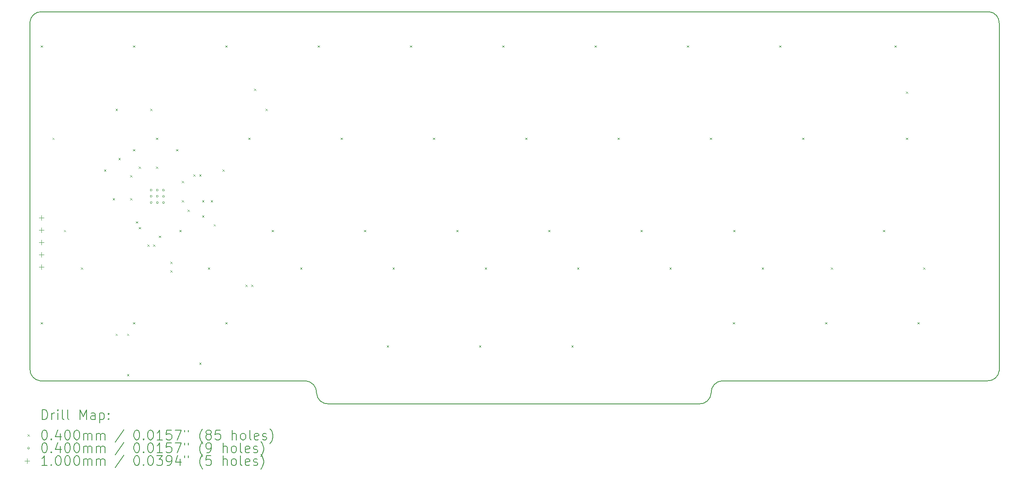
<source format=gbr>
%TF.GenerationSoftware,KiCad,Pcbnew,7.0.6*%
%TF.CreationDate,2023-12-03T11:50:20-05:00*%
%TF.ProjectId,cutiepie2040-dual-stagger-hotswap-pcb,63757469-6570-4696-9532-3034302d6475,rev?*%
%TF.SameCoordinates,PX2d6b3a0PY6f46b48*%
%TF.FileFunction,Drillmap*%
%TF.FilePolarity,Positive*%
%FSLAX45Y45*%
G04 Gerber Fmt 4.5, Leading zero omitted, Abs format (unit mm)*
G04 Created by KiCad (PCBNEW 7.0.6) date 2023-12-03 11:50:20*
%MOMM*%
%LPD*%
G01*
G04 APERTURE LIST*
%ADD10C,0.200000*%
%ADD11C,0.040000*%
%ADD12C,0.100000*%
G04 APERTURE END LIST*
D10*
X239988Y8096281D02*
G75*
G03*
X-12Y7886485I-10890J-229716D01*
G01*
X239988Y8096279D02*
X19794988Y8096279D01*
X5914393Y219057D02*
G75*
G03*
X5683967Y476279I-243825J13398D01*
G01*
X-7Y718779D02*
G75*
G03*
X209988Y476279I231175J-11985D01*
G01*
X6161467Y29D02*
X13809988Y29D01*
X19761467Y476277D02*
G75*
G03*
X20002488Y687593I10532J231097D01*
G01*
X5914394Y219057D02*
G75*
G03*
X6161467Y29I233054J14028D01*
G01*
X14287488Y476282D02*
G75*
G03*
X14057061Y221978I11930J-242358D01*
G01*
X14287488Y476279D02*
X19761467Y476279D01*
X-12Y718779D02*
X-12Y7886485D01*
X209988Y476279D02*
X5683967Y476279D01*
X20002489Y7857758D02*
G75*
G03*
X19794988Y8096279I-227901J11256D01*
G01*
X20002488Y7857758D02*
X20002488Y687593D01*
X13809988Y22D02*
G75*
G03*
X14057061Y221978I12560J234512D01*
G01*
D11*
X218117Y7401901D02*
X258117Y7361901D01*
X258117Y7401901D02*
X218117Y7361901D01*
X218117Y1686896D02*
X258117Y1646896D01*
X258117Y1686896D02*
X218117Y1646896D01*
X462113Y5496899D02*
X502113Y5456899D01*
X502113Y5496899D02*
X462113Y5456899D01*
X700238Y3591898D02*
X740238Y3551898D01*
X740238Y3591898D02*
X700238Y3551898D01*
X1051555Y2817991D02*
X1091555Y2777991D01*
X1091555Y2817991D02*
X1051555Y2777991D01*
X1527806Y4842055D02*
X1567806Y4802055D01*
X1567806Y4842055D02*
X1527806Y4802055D01*
X1706400Y4246742D02*
X1746400Y4206742D01*
X1746400Y4246742D02*
X1706400Y4206742D01*
X1765931Y6092212D02*
X1805931Y6052212D01*
X1805931Y6092212D02*
X1765931Y6052212D01*
X1765931Y1448771D02*
X1805931Y1408771D01*
X1805931Y1448771D02*
X1765931Y1408771D01*
X1825462Y5080180D02*
X1865462Y5040180D01*
X1865462Y5080180D02*
X1825462Y5040180D01*
X2004056Y1448771D02*
X2044056Y1408771D01*
X2044056Y1448771D02*
X2004056Y1408771D01*
X2004056Y615333D02*
X2044056Y575333D01*
X2044056Y615333D02*
X2004056Y575333D01*
X2063587Y4722992D02*
X2103588Y4682992D01*
X2103588Y4722992D02*
X2063587Y4682992D01*
X2063587Y4246742D02*
X2103588Y4206742D01*
X2103588Y4246742D02*
X2063587Y4206742D01*
X2123119Y7401901D02*
X2163119Y7361901D01*
X2163119Y7401901D02*
X2123119Y7361901D01*
X2123119Y5258774D02*
X2163119Y5218774D01*
X2163119Y5258774D02*
X2123119Y5218774D01*
X2123119Y1686896D02*
X2163119Y1646896D01*
X2163119Y1686896D02*
X2123119Y1646896D01*
X2182650Y3770491D02*
X2222650Y3730491D01*
X2222650Y3770491D02*
X2182650Y3730491D01*
X2242181Y4901586D02*
X2282181Y4861586D01*
X2282181Y4901586D02*
X2242181Y4861586D01*
X2242181Y3651429D02*
X2282181Y3611429D01*
X2282181Y3651429D02*
X2242181Y3611429D01*
X2420775Y3294241D02*
X2460775Y3254241D01*
X2460775Y3294241D02*
X2420775Y3254241D01*
X2480307Y6092212D02*
X2520307Y6052212D01*
X2520307Y6092212D02*
X2480307Y6052212D01*
X2539838Y3294241D02*
X2579838Y3254241D01*
X2579838Y3294241D02*
X2539838Y3254241D01*
X2599369Y5496899D02*
X2639369Y5456899D01*
X2639369Y5496899D02*
X2599369Y5456899D01*
X2599369Y4901586D02*
X2639369Y4861586D01*
X2639369Y4901586D02*
X2599369Y4861586D01*
X2658901Y3472835D02*
X2698901Y3432835D01*
X2698901Y3472835D02*
X2658901Y3432835D01*
X2897026Y2937053D02*
X2937026Y2897053D01*
X2937026Y2937053D02*
X2897026Y2897053D01*
X2897026Y2758459D02*
X2937026Y2718459D01*
X2937026Y2758459D02*
X2897026Y2718459D01*
X3016088Y5258774D02*
X3056088Y5218774D01*
X3056088Y5258774D02*
X3016088Y5218774D01*
X3081488Y3591898D02*
X3121488Y3551898D01*
X3121488Y3591898D02*
X3081488Y3551898D01*
X3135151Y4603930D02*
X3175151Y4563930D01*
X3175151Y4603930D02*
X3135151Y4563930D01*
X3135151Y4206261D02*
X3175151Y4166261D01*
X3175151Y4206261D02*
X3135151Y4166261D01*
X3254213Y4008617D02*
X3294213Y3968617D01*
X3294213Y4008617D02*
X3254213Y3968617D01*
X3373276Y4736586D02*
X3413276Y4696586D01*
X3413276Y4736586D02*
X3373276Y4696586D01*
X3492339Y4736586D02*
X3532339Y4696586D01*
X3532339Y4736586D02*
X3492339Y4696586D01*
X3492339Y853458D02*
X3532339Y813458D01*
X3532339Y853458D02*
X3492339Y813458D01*
X3551870Y4206261D02*
X3591870Y4166261D01*
X3591870Y4206261D02*
X3551870Y4166261D01*
X3551870Y3889554D02*
X3591870Y3849554D01*
X3591870Y3889554D02*
X3551870Y3849554D01*
X3670933Y2817991D02*
X3710933Y2777991D01*
X3710933Y2817991D02*
X3670933Y2777991D01*
X3730464Y4206261D02*
X3770464Y4166261D01*
X3770464Y4206261D02*
X3730464Y4166261D01*
X3789995Y3710960D02*
X3829995Y3670960D01*
X3829995Y3710960D02*
X3789995Y3670960D01*
X3968589Y4842055D02*
X4008589Y4802055D01*
X4008589Y4842055D02*
X3968589Y4802055D01*
X4028120Y7401901D02*
X4068120Y7361901D01*
X4068120Y7401901D02*
X4028120Y7361901D01*
X4028120Y1686896D02*
X4068120Y1646896D01*
X4068120Y1686896D02*
X4028120Y1646896D01*
X4444840Y2460803D02*
X4484840Y2420803D01*
X4484840Y2460803D02*
X4444840Y2420803D01*
X4504371Y5496899D02*
X4544371Y5456899D01*
X4544371Y5496899D02*
X4504371Y5456899D01*
X4563902Y2460803D02*
X4603902Y2420803D01*
X4603902Y2460803D02*
X4563902Y2420803D01*
X4623433Y6508931D02*
X4663433Y6468931D01*
X4663433Y6508931D02*
X4623433Y6468931D01*
X4861559Y6092212D02*
X4901559Y6052212D01*
X4901559Y6092212D02*
X4861559Y6052212D01*
X4986488Y3591898D02*
X5026488Y3551898D01*
X5026488Y3591898D02*
X4986488Y3551898D01*
X5575934Y2817991D02*
X5615934Y2777991D01*
X5615934Y2817991D02*
X5575934Y2777991D01*
X5933122Y7401901D02*
X5973122Y7361901D01*
X5973122Y7401901D02*
X5933122Y7361901D01*
X6409372Y5496899D02*
X6449372Y5456899D01*
X6449372Y5496899D02*
X6409372Y5456899D01*
X6891488Y3591898D02*
X6931488Y3551898D01*
X6931488Y3591898D02*
X6891488Y3551898D01*
X7361873Y1210646D02*
X7401873Y1170646D01*
X7401873Y1210646D02*
X7361873Y1170646D01*
X7480936Y2817991D02*
X7520936Y2777991D01*
X7520936Y2817991D02*
X7480936Y2777991D01*
X7838124Y7401901D02*
X7878124Y7361901D01*
X7878124Y7401901D02*
X7838124Y7361901D01*
X8314374Y5496899D02*
X8354374Y5456899D01*
X8354374Y5496899D02*
X8314374Y5456899D01*
X8796488Y3591898D02*
X8836488Y3551898D01*
X8836488Y3591898D02*
X8796488Y3551898D01*
X9266875Y1210646D02*
X9306875Y1170646D01*
X9306875Y1210646D02*
X9266875Y1170646D01*
X9385937Y2817991D02*
X9425937Y2777991D01*
X9425937Y2817991D02*
X9385937Y2777991D01*
X9743125Y7401901D02*
X9783125Y7361901D01*
X9783125Y7401901D02*
X9743125Y7361901D01*
X10219376Y5496899D02*
X10259376Y5456899D01*
X10259376Y5496899D02*
X10219376Y5456899D01*
X10695626Y3591898D02*
X10735626Y3551898D01*
X10735626Y3591898D02*
X10695626Y3551898D01*
X11171876Y1210646D02*
X11211876Y1170646D01*
X11211876Y1210646D02*
X11171876Y1170646D01*
X11290939Y2817991D02*
X11330939Y2777991D01*
X11330939Y2817991D02*
X11290939Y2777991D01*
X11648127Y7401901D02*
X11688127Y7361901D01*
X11688127Y7401901D02*
X11648127Y7361901D01*
X12124377Y5496899D02*
X12164377Y5456899D01*
X12164377Y5496899D02*
X12124377Y5456899D01*
X12600628Y3591898D02*
X12640628Y3551898D01*
X12640628Y3591898D02*
X12600628Y3551898D01*
X13195941Y2817991D02*
X13235941Y2777991D01*
X13235941Y2817991D02*
X13195941Y2777991D01*
X13553128Y7401901D02*
X13593128Y7361901D01*
X13593128Y7401901D02*
X13553128Y7361901D01*
X14029379Y5496899D02*
X14069379Y5456899D01*
X14069379Y5496899D02*
X14029379Y5456899D01*
X14505629Y1686896D02*
X14545629Y1646896D01*
X14545629Y1686896D02*
X14505629Y1646896D01*
X14511488Y3591898D02*
X14551488Y3551898D01*
X14551488Y3591898D02*
X14511488Y3551898D01*
X15100942Y2817991D02*
X15140942Y2777991D01*
X15140942Y2817991D02*
X15100942Y2777991D01*
X15458130Y7401901D02*
X15498130Y7361901D01*
X15498130Y7401901D02*
X15458130Y7361901D01*
X15934380Y5496899D02*
X15974380Y5456899D01*
X15974380Y5496899D02*
X15934380Y5456899D01*
X16410631Y1686896D02*
X16450631Y1646896D01*
X16450631Y1686896D02*
X16410631Y1646896D01*
X16529693Y2817991D02*
X16569693Y2777991D01*
X16569693Y2817991D02*
X16529693Y2777991D01*
X17601257Y3591898D02*
X17641257Y3551898D01*
X17641257Y3591898D02*
X17601257Y3551898D01*
X17839382Y7401901D02*
X17879382Y7361901D01*
X17879382Y7401901D02*
X17839382Y7361901D01*
X18077507Y6449400D02*
X18117507Y6409400D01*
X18117507Y6449400D02*
X18077507Y6409400D01*
X18077507Y5496899D02*
X18117507Y5456899D01*
X18117507Y5496899D02*
X18077507Y5456899D01*
X18315632Y1686896D02*
X18355632Y1646896D01*
X18355632Y1686896D02*
X18315632Y1646896D01*
X18434695Y2817991D02*
X18474695Y2777991D01*
X18474695Y2817991D02*
X18434695Y2777991D01*
X2520319Y4413761D02*
G75*
G03*
X2520319Y4413761I-20000J0D01*
G01*
X2520319Y4286261D02*
G75*
G03*
X2520319Y4286261I-20000J0D01*
G01*
X2520319Y4158761D02*
G75*
G03*
X2520319Y4158761I-20000J0D01*
G01*
X2647819Y4413761D02*
G75*
G03*
X2647819Y4413761I-20000J0D01*
G01*
X2647819Y4286261D02*
G75*
G03*
X2647819Y4286261I-20000J0D01*
G01*
X2647819Y4158761D02*
G75*
G03*
X2647819Y4158761I-20000J0D01*
G01*
X2775319Y4413761D02*
G75*
G03*
X2775319Y4413761I-20000J0D01*
G01*
X2775319Y4286261D02*
G75*
G03*
X2775319Y4286261I-20000J0D01*
G01*
X2775319Y4158761D02*
G75*
G03*
X2775319Y4158761I-20000J0D01*
G01*
D12*
X238117Y3891772D02*
X238117Y3791772D01*
X188117Y3841772D02*
X288117Y3841772D01*
X238117Y3637772D02*
X238117Y3537772D01*
X188117Y3587772D02*
X288117Y3587772D01*
X238117Y3383772D02*
X238117Y3283772D01*
X188117Y3333772D02*
X288117Y3333772D01*
X238117Y3129772D02*
X238117Y3029772D01*
X188117Y3079772D02*
X288117Y3079772D01*
X238117Y2875772D02*
X238117Y2775772D01*
X188117Y2825772D02*
X288117Y2825772D01*
D10*
X250459Y-321876D02*
X250459Y-121876D01*
X250459Y-121876D02*
X298078Y-121876D01*
X298078Y-121876D02*
X326649Y-131399D01*
X326649Y-131399D02*
X345697Y-150447D01*
X345697Y-150447D02*
X355221Y-169495D01*
X355221Y-169495D02*
X364744Y-207590D01*
X364744Y-207590D02*
X364744Y-236161D01*
X364744Y-236161D02*
X355221Y-274257D01*
X355221Y-274257D02*
X345697Y-293304D01*
X345697Y-293304D02*
X326649Y-312352D01*
X326649Y-312352D02*
X298078Y-321876D01*
X298078Y-321876D02*
X250459Y-321876D01*
X450459Y-321876D02*
X450459Y-188542D01*
X450459Y-226637D02*
X459983Y-207590D01*
X459983Y-207590D02*
X469506Y-198066D01*
X469506Y-198066D02*
X488554Y-188542D01*
X488554Y-188542D02*
X507602Y-188542D01*
X574268Y-321876D02*
X574268Y-188542D01*
X574268Y-121876D02*
X564745Y-131399D01*
X564745Y-131399D02*
X574268Y-140923D01*
X574268Y-140923D02*
X583792Y-131399D01*
X583792Y-131399D02*
X574268Y-121876D01*
X574268Y-121876D02*
X574268Y-140923D01*
X698078Y-321876D02*
X679030Y-312352D01*
X679030Y-312352D02*
X669506Y-293304D01*
X669506Y-293304D02*
X669506Y-121876D01*
X802840Y-321876D02*
X783792Y-312352D01*
X783792Y-312352D02*
X774268Y-293304D01*
X774268Y-293304D02*
X774268Y-121876D01*
X1031411Y-321876D02*
X1031411Y-121876D01*
X1031411Y-121876D02*
X1098078Y-264733D01*
X1098078Y-264733D02*
X1164745Y-121876D01*
X1164745Y-121876D02*
X1164745Y-321876D01*
X1345697Y-321876D02*
X1345697Y-217114D01*
X1345697Y-217114D02*
X1336173Y-198066D01*
X1336173Y-198066D02*
X1317126Y-188542D01*
X1317126Y-188542D02*
X1279030Y-188542D01*
X1279030Y-188542D02*
X1259983Y-198066D01*
X1345697Y-312352D02*
X1326649Y-321876D01*
X1326649Y-321876D02*
X1279030Y-321876D01*
X1279030Y-321876D02*
X1259983Y-312352D01*
X1259983Y-312352D02*
X1250459Y-293304D01*
X1250459Y-293304D02*
X1250459Y-274257D01*
X1250459Y-274257D02*
X1259983Y-255209D01*
X1259983Y-255209D02*
X1279030Y-245685D01*
X1279030Y-245685D02*
X1326649Y-245685D01*
X1326649Y-245685D02*
X1345697Y-236161D01*
X1440935Y-188542D02*
X1440935Y-388542D01*
X1440935Y-198066D02*
X1459983Y-188542D01*
X1459983Y-188542D02*
X1498078Y-188542D01*
X1498078Y-188542D02*
X1517125Y-198066D01*
X1517125Y-198066D02*
X1526649Y-207590D01*
X1526649Y-207590D02*
X1536173Y-226637D01*
X1536173Y-226637D02*
X1536173Y-283780D01*
X1536173Y-283780D02*
X1526649Y-302828D01*
X1526649Y-302828D02*
X1517125Y-312352D01*
X1517125Y-312352D02*
X1498078Y-321876D01*
X1498078Y-321876D02*
X1459983Y-321876D01*
X1459983Y-321876D02*
X1440935Y-312352D01*
X1621887Y-302828D02*
X1631411Y-312352D01*
X1631411Y-312352D02*
X1621887Y-321876D01*
X1621887Y-321876D02*
X1612364Y-312352D01*
X1612364Y-312352D02*
X1621887Y-302828D01*
X1621887Y-302828D02*
X1621887Y-321876D01*
X1621887Y-198066D02*
X1631411Y-207590D01*
X1631411Y-207590D02*
X1621887Y-217114D01*
X1621887Y-217114D02*
X1612364Y-207590D01*
X1612364Y-207590D02*
X1621887Y-198066D01*
X1621887Y-198066D02*
X1621887Y-217114D01*
D11*
X-50318Y-630392D02*
X-10318Y-670392D01*
X-10318Y-630392D02*
X-50318Y-670392D01*
D10*
X288554Y-541876D02*
X307602Y-541876D01*
X307602Y-541876D02*
X326649Y-551399D01*
X326649Y-551399D02*
X336173Y-560923D01*
X336173Y-560923D02*
X345697Y-579971D01*
X345697Y-579971D02*
X355221Y-618066D01*
X355221Y-618066D02*
X355221Y-665685D01*
X355221Y-665685D02*
X345697Y-703780D01*
X345697Y-703780D02*
X336173Y-722828D01*
X336173Y-722828D02*
X326649Y-732352D01*
X326649Y-732352D02*
X307602Y-741876D01*
X307602Y-741876D02*
X288554Y-741876D01*
X288554Y-741876D02*
X269506Y-732352D01*
X269506Y-732352D02*
X259983Y-722828D01*
X259983Y-722828D02*
X250459Y-703780D01*
X250459Y-703780D02*
X240935Y-665685D01*
X240935Y-665685D02*
X240935Y-618066D01*
X240935Y-618066D02*
X250459Y-579971D01*
X250459Y-579971D02*
X259983Y-560923D01*
X259983Y-560923D02*
X269506Y-551399D01*
X269506Y-551399D02*
X288554Y-541876D01*
X440935Y-722828D02*
X450459Y-732352D01*
X450459Y-732352D02*
X440935Y-741876D01*
X440935Y-741876D02*
X431411Y-732352D01*
X431411Y-732352D02*
X440935Y-722828D01*
X440935Y-722828D02*
X440935Y-741876D01*
X621887Y-608542D02*
X621887Y-741876D01*
X574268Y-532352D02*
X526649Y-675209D01*
X526649Y-675209D02*
X650459Y-675209D01*
X764744Y-541876D02*
X783792Y-541876D01*
X783792Y-541876D02*
X802840Y-551399D01*
X802840Y-551399D02*
X812364Y-560923D01*
X812364Y-560923D02*
X821887Y-579971D01*
X821887Y-579971D02*
X831411Y-618066D01*
X831411Y-618066D02*
X831411Y-665685D01*
X831411Y-665685D02*
X821887Y-703780D01*
X821887Y-703780D02*
X812364Y-722828D01*
X812364Y-722828D02*
X802840Y-732352D01*
X802840Y-732352D02*
X783792Y-741876D01*
X783792Y-741876D02*
X764744Y-741876D01*
X764744Y-741876D02*
X745697Y-732352D01*
X745697Y-732352D02*
X736173Y-722828D01*
X736173Y-722828D02*
X726649Y-703780D01*
X726649Y-703780D02*
X717125Y-665685D01*
X717125Y-665685D02*
X717125Y-618066D01*
X717125Y-618066D02*
X726649Y-579971D01*
X726649Y-579971D02*
X736173Y-560923D01*
X736173Y-560923D02*
X745697Y-551399D01*
X745697Y-551399D02*
X764744Y-541876D01*
X955221Y-541876D02*
X974268Y-541876D01*
X974268Y-541876D02*
X993316Y-551399D01*
X993316Y-551399D02*
X1002840Y-560923D01*
X1002840Y-560923D02*
X1012364Y-579971D01*
X1012364Y-579971D02*
X1021887Y-618066D01*
X1021887Y-618066D02*
X1021887Y-665685D01*
X1021887Y-665685D02*
X1012364Y-703780D01*
X1012364Y-703780D02*
X1002840Y-722828D01*
X1002840Y-722828D02*
X993316Y-732352D01*
X993316Y-732352D02*
X974268Y-741876D01*
X974268Y-741876D02*
X955221Y-741876D01*
X955221Y-741876D02*
X936173Y-732352D01*
X936173Y-732352D02*
X926649Y-722828D01*
X926649Y-722828D02*
X917125Y-703780D01*
X917125Y-703780D02*
X907602Y-665685D01*
X907602Y-665685D02*
X907602Y-618066D01*
X907602Y-618066D02*
X917125Y-579971D01*
X917125Y-579971D02*
X926649Y-560923D01*
X926649Y-560923D02*
X936173Y-551399D01*
X936173Y-551399D02*
X955221Y-541876D01*
X1107602Y-741876D02*
X1107602Y-608542D01*
X1107602Y-627590D02*
X1117126Y-618066D01*
X1117126Y-618066D02*
X1136173Y-608542D01*
X1136173Y-608542D02*
X1164745Y-608542D01*
X1164745Y-608542D02*
X1183792Y-618066D01*
X1183792Y-618066D02*
X1193316Y-637114D01*
X1193316Y-637114D02*
X1193316Y-741876D01*
X1193316Y-637114D02*
X1202840Y-618066D01*
X1202840Y-618066D02*
X1221887Y-608542D01*
X1221887Y-608542D02*
X1250459Y-608542D01*
X1250459Y-608542D02*
X1269507Y-618066D01*
X1269507Y-618066D02*
X1279030Y-637114D01*
X1279030Y-637114D02*
X1279030Y-741876D01*
X1374268Y-741876D02*
X1374268Y-608542D01*
X1374268Y-627590D02*
X1383792Y-618066D01*
X1383792Y-618066D02*
X1402840Y-608542D01*
X1402840Y-608542D02*
X1431411Y-608542D01*
X1431411Y-608542D02*
X1450459Y-618066D01*
X1450459Y-618066D02*
X1459983Y-637114D01*
X1459983Y-637114D02*
X1459983Y-741876D01*
X1459983Y-637114D02*
X1469506Y-618066D01*
X1469506Y-618066D02*
X1488554Y-608542D01*
X1488554Y-608542D02*
X1517125Y-608542D01*
X1517125Y-608542D02*
X1536173Y-618066D01*
X1536173Y-618066D02*
X1545697Y-637114D01*
X1545697Y-637114D02*
X1545697Y-741876D01*
X1936173Y-532352D02*
X1764745Y-789495D01*
X2193316Y-541876D02*
X2212364Y-541876D01*
X2212364Y-541876D02*
X2231411Y-551399D01*
X2231411Y-551399D02*
X2240935Y-560923D01*
X2240935Y-560923D02*
X2250459Y-579971D01*
X2250459Y-579971D02*
X2259983Y-618066D01*
X2259983Y-618066D02*
X2259983Y-665685D01*
X2259983Y-665685D02*
X2250459Y-703780D01*
X2250459Y-703780D02*
X2240935Y-722828D01*
X2240935Y-722828D02*
X2231411Y-732352D01*
X2231411Y-732352D02*
X2212364Y-741876D01*
X2212364Y-741876D02*
X2193316Y-741876D01*
X2193316Y-741876D02*
X2174269Y-732352D01*
X2174269Y-732352D02*
X2164745Y-722828D01*
X2164745Y-722828D02*
X2155221Y-703780D01*
X2155221Y-703780D02*
X2145697Y-665685D01*
X2145697Y-665685D02*
X2145697Y-618066D01*
X2145697Y-618066D02*
X2155221Y-579971D01*
X2155221Y-579971D02*
X2164745Y-560923D01*
X2164745Y-560923D02*
X2174269Y-551399D01*
X2174269Y-551399D02*
X2193316Y-541876D01*
X2345697Y-722828D02*
X2355221Y-732352D01*
X2355221Y-732352D02*
X2345697Y-741876D01*
X2345697Y-741876D02*
X2336173Y-732352D01*
X2336173Y-732352D02*
X2345697Y-722828D01*
X2345697Y-722828D02*
X2345697Y-741876D01*
X2479030Y-541876D02*
X2498078Y-541876D01*
X2498078Y-541876D02*
X2517126Y-551399D01*
X2517126Y-551399D02*
X2526650Y-560923D01*
X2526650Y-560923D02*
X2536173Y-579971D01*
X2536173Y-579971D02*
X2545697Y-618066D01*
X2545697Y-618066D02*
X2545697Y-665685D01*
X2545697Y-665685D02*
X2536173Y-703780D01*
X2536173Y-703780D02*
X2526650Y-722828D01*
X2526650Y-722828D02*
X2517126Y-732352D01*
X2517126Y-732352D02*
X2498078Y-741876D01*
X2498078Y-741876D02*
X2479030Y-741876D01*
X2479030Y-741876D02*
X2459983Y-732352D01*
X2459983Y-732352D02*
X2450459Y-722828D01*
X2450459Y-722828D02*
X2440935Y-703780D01*
X2440935Y-703780D02*
X2431411Y-665685D01*
X2431411Y-665685D02*
X2431411Y-618066D01*
X2431411Y-618066D02*
X2440935Y-579971D01*
X2440935Y-579971D02*
X2450459Y-560923D01*
X2450459Y-560923D02*
X2459983Y-551399D01*
X2459983Y-551399D02*
X2479030Y-541876D01*
X2736173Y-741876D02*
X2621888Y-741876D01*
X2679030Y-741876D02*
X2679030Y-541876D01*
X2679030Y-541876D02*
X2659983Y-570447D01*
X2659983Y-570447D02*
X2640935Y-589495D01*
X2640935Y-589495D02*
X2621888Y-599018D01*
X2917126Y-541876D02*
X2821888Y-541876D01*
X2821888Y-541876D02*
X2812364Y-637114D01*
X2812364Y-637114D02*
X2821888Y-627590D01*
X2821888Y-627590D02*
X2840935Y-618066D01*
X2840935Y-618066D02*
X2888554Y-618066D01*
X2888554Y-618066D02*
X2907602Y-627590D01*
X2907602Y-627590D02*
X2917126Y-637114D01*
X2917126Y-637114D02*
X2926649Y-656161D01*
X2926649Y-656161D02*
X2926649Y-703780D01*
X2926649Y-703780D02*
X2917126Y-722828D01*
X2917126Y-722828D02*
X2907602Y-732352D01*
X2907602Y-732352D02*
X2888554Y-741876D01*
X2888554Y-741876D02*
X2840935Y-741876D01*
X2840935Y-741876D02*
X2821888Y-732352D01*
X2821888Y-732352D02*
X2812364Y-722828D01*
X2993316Y-541876D02*
X3126649Y-541876D01*
X3126649Y-541876D02*
X3040935Y-741876D01*
X3193316Y-541876D02*
X3193316Y-579971D01*
X3269507Y-541876D02*
X3269507Y-579971D01*
X3564745Y-818066D02*
X3555221Y-808542D01*
X3555221Y-808542D02*
X3536173Y-779971D01*
X3536173Y-779971D02*
X3526650Y-760923D01*
X3526650Y-760923D02*
X3517126Y-732352D01*
X3517126Y-732352D02*
X3507602Y-684733D01*
X3507602Y-684733D02*
X3507602Y-646638D01*
X3507602Y-646638D02*
X3517126Y-599018D01*
X3517126Y-599018D02*
X3526650Y-570447D01*
X3526650Y-570447D02*
X3536173Y-551399D01*
X3536173Y-551399D02*
X3555221Y-522828D01*
X3555221Y-522828D02*
X3564745Y-513304D01*
X3669507Y-627590D02*
X3650459Y-618066D01*
X3650459Y-618066D02*
X3640935Y-608542D01*
X3640935Y-608542D02*
X3631411Y-589495D01*
X3631411Y-589495D02*
X3631411Y-579971D01*
X3631411Y-579971D02*
X3640935Y-560923D01*
X3640935Y-560923D02*
X3650459Y-551399D01*
X3650459Y-551399D02*
X3669507Y-541876D01*
X3669507Y-541876D02*
X3707602Y-541876D01*
X3707602Y-541876D02*
X3726650Y-551399D01*
X3726650Y-551399D02*
X3736173Y-560923D01*
X3736173Y-560923D02*
X3745697Y-579971D01*
X3745697Y-579971D02*
X3745697Y-589495D01*
X3745697Y-589495D02*
X3736173Y-608542D01*
X3736173Y-608542D02*
X3726650Y-618066D01*
X3726650Y-618066D02*
X3707602Y-627590D01*
X3707602Y-627590D02*
X3669507Y-627590D01*
X3669507Y-627590D02*
X3650459Y-637114D01*
X3650459Y-637114D02*
X3640935Y-646638D01*
X3640935Y-646638D02*
X3631411Y-665685D01*
X3631411Y-665685D02*
X3631411Y-703780D01*
X3631411Y-703780D02*
X3640935Y-722828D01*
X3640935Y-722828D02*
X3650459Y-732352D01*
X3650459Y-732352D02*
X3669507Y-741876D01*
X3669507Y-741876D02*
X3707602Y-741876D01*
X3707602Y-741876D02*
X3726650Y-732352D01*
X3726650Y-732352D02*
X3736173Y-722828D01*
X3736173Y-722828D02*
X3745697Y-703780D01*
X3745697Y-703780D02*
X3745697Y-665685D01*
X3745697Y-665685D02*
X3736173Y-646638D01*
X3736173Y-646638D02*
X3726650Y-637114D01*
X3726650Y-637114D02*
X3707602Y-627590D01*
X3926650Y-541876D02*
X3831411Y-541876D01*
X3831411Y-541876D02*
X3821888Y-637114D01*
X3821888Y-637114D02*
X3831411Y-627590D01*
X3831411Y-627590D02*
X3850459Y-618066D01*
X3850459Y-618066D02*
X3898078Y-618066D01*
X3898078Y-618066D02*
X3917126Y-627590D01*
X3917126Y-627590D02*
X3926650Y-637114D01*
X3926650Y-637114D02*
X3936173Y-656161D01*
X3936173Y-656161D02*
X3936173Y-703780D01*
X3936173Y-703780D02*
X3926650Y-722828D01*
X3926650Y-722828D02*
X3917126Y-732352D01*
X3917126Y-732352D02*
X3898078Y-741876D01*
X3898078Y-741876D02*
X3850459Y-741876D01*
X3850459Y-741876D02*
X3831411Y-732352D01*
X3831411Y-732352D02*
X3821888Y-722828D01*
X4174269Y-741876D02*
X4174269Y-541876D01*
X4259983Y-741876D02*
X4259983Y-637114D01*
X4259983Y-637114D02*
X4250459Y-618066D01*
X4250459Y-618066D02*
X4231412Y-608542D01*
X4231412Y-608542D02*
X4202840Y-608542D01*
X4202840Y-608542D02*
X4183792Y-618066D01*
X4183792Y-618066D02*
X4174269Y-627590D01*
X4383793Y-741876D02*
X4364745Y-732352D01*
X4364745Y-732352D02*
X4355221Y-722828D01*
X4355221Y-722828D02*
X4345697Y-703780D01*
X4345697Y-703780D02*
X4345697Y-646638D01*
X4345697Y-646638D02*
X4355221Y-627590D01*
X4355221Y-627590D02*
X4364745Y-618066D01*
X4364745Y-618066D02*
X4383793Y-608542D01*
X4383793Y-608542D02*
X4412364Y-608542D01*
X4412364Y-608542D02*
X4431412Y-618066D01*
X4431412Y-618066D02*
X4440935Y-627590D01*
X4440935Y-627590D02*
X4450459Y-646638D01*
X4450459Y-646638D02*
X4450459Y-703780D01*
X4450459Y-703780D02*
X4440935Y-722828D01*
X4440935Y-722828D02*
X4431412Y-732352D01*
X4431412Y-732352D02*
X4412364Y-741876D01*
X4412364Y-741876D02*
X4383793Y-741876D01*
X4564745Y-741876D02*
X4545697Y-732352D01*
X4545697Y-732352D02*
X4536174Y-713304D01*
X4536174Y-713304D02*
X4536174Y-541876D01*
X4717126Y-732352D02*
X4698078Y-741876D01*
X4698078Y-741876D02*
X4659983Y-741876D01*
X4659983Y-741876D02*
X4640935Y-732352D01*
X4640935Y-732352D02*
X4631412Y-713304D01*
X4631412Y-713304D02*
X4631412Y-637114D01*
X4631412Y-637114D02*
X4640935Y-618066D01*
X4640935Y-618066D02*
X4659983Y-608542D01*
X4659983Y-608542D02*
X4698078Y-608542D01*
X4698078Y-608542D02*
X4717126Y-618066D01*
X4717126Y-618066D02*
X4726650Y-637114D01*
X4726650Y-637114D02*
X4726650Y-656161D01*
X4726650Y-656161D02*
X4631412Y-675209D01*
X4802840Y-732352D02*
X4821888Y-741876D01*
X4821888Y-741876D02*
X4859983Y-741876D01*
X4859983Y-741876D02*
X4879031Y-732352D01*
X4879031Y-732352D02*
X4888555Y-713304D01*
X4888555Y-713304D02*
X4888555Y-703780D01*
X4888555Y-703780D02*
X4879031Y-684733D01*
X4879031Y-684733D02*
X4859983Y-675209D01*
X4859983Y-675209D02*
X4831412Y-675209D01*
X4831412Y-675209D02*
X4812364Y-665685D01*
X4812364Y-665685D02*
X4802840Y-646638D01*
X4802840Y-646638D02*
X4802840Y-637114D01*
X4802840Y-637114D02*
X4812364Y-618066D01*
X4812364Y-618066D02*
X4831412Y-608542D01*
X4831412Y-608542D02*
X4859983Y-608542D01*
X4859983Y-608542D02*
X4879031Y-618066D01*
X4955221Y-818066D02*
X4964745Y-808542D01*
X4964745Y-808542D02*
X4983793Y-779971D01*
X4983793Y-779971D02*
X4993316Y-760923D01*
X4993316Y-760923D02*
X5002840Y-732352D01*
X5002840Y-732352D02*
X5012364Y-684733D01*
X5012364Y-684733D02*
X5012364Y-646638D01*
X5012364Y-646638D02*
X5002840Y-599018D01*
X5002840Y-599018D02*
X4993316Y-570447D01*
X4993316Y-570447D02*
X4983793Y-551399D01*
X4983793Y-551399D02*
X4964745Y-522828D01*
X4964745Y-522828D02*
X4955221Y-513304D01*
D11*
X-10318Y-914392D02*
G75*
G03*
X-10318Y-914392I-20000J0D01*
G01*
D10*
X288554Y-805876D02*
X307602Y-805876D01*
X307602Y-805876D02*
X326649Y-815399D01*
X326649Y-815399D02*
X336173Y-824923D01*
X336173Y-824923D02*
X345697Y-843971D01*
X345697Y-843971D02*
X355221Y-882066D01*
X355221Y-882066D02*
X355221Y-929685D01*
X355221Y-929685D02*
X345697Y-967780D01*
X345697Y-967780D02*
X336173Y-986828D01*
X336173Y-986828D02*
X326649Y-996352D01*
X326649Y-996352D02*
X307602Y-1005876D01*
X307602Y-1005876D02*
X288554Y-1005876D01*
X288554Y-1005876D02*
X269506Y-996352D01*
X269506Y-996352D02*
X259983Y-986828D01*
X259983Y-986828D02*
X250459Y-967780D01*
X250459Y-967780D02*
X240935Y-929685D01*
X240935Y-929685D02*
X240935Y-882066D01*
X240935Y-882066D02*
X250459Y-843971D01*
X250459Y-843971D02*
X259983Y-824923D01*
X259983Y-824923D02*
X269506Y-815399D01*
X269506Y-815399D02*
X288554Y-805876D01*
X440935Y-986828D02*
X450459Y-996352D01*
X450459Y-996352D02*
X440935Y-1005876D01*
X440935Y-1005876D02*
X431411Y-996352D01*
X431411Y-996352D02*
X440935Y-986828D01*
X440935Y-986828D02*
X440935Y-1005876D01*
X621887Y-872542D02*
X621887Y-1005876D01*
X574268Y-796352D02*
X526649Y-939209D01*
X526649Y-939209D02*
X650459Y-939209D01*
X764744Y-805876D02*
X783792Y-805876D01*
X783792Y-805876D02*
X802840Y-815399D01*
X802840Y-815399D02*
X812364Y-824923D01*
X812364Y-824923D02*
X821887Y-843971D01*
X821887Y-843971D02*
X831411Y-882066D01*
X831411Y-882066D02*
X831411Y-929685D01*
X831411Y-929685D02*
X821887Y-967780D01*
X821887Y-967780D02*
X812364Y-986828D01*
X812364Y-986828D02*
X802840Y-996352D01*
X802840Y-996352D02*
X783792Y-1005876D01*
X783792Y-1005876D02*
X764744Y-1005876D01*
X764744Y-1005876D02*
X745697Y-996352D01*
X745697Y-996352D02*
X736173Y-986828D01*
X736173Y-986828D02*
X726649Y-967780D01*
X726649Y-967780D02*
X717125Y-929685D01*
X717125Y-929685D02*
X717125Y-882066D01*
X717125Y-882066D02*
X726649Y-843971D01*
X726649Y-843971D02*
X736173Y-824923D01*
X736173Y-824923D02*
X745697Y-815399D01*
X745697Y-815399D02*
X764744Y-805876D01*
X955221Y-805876D02*
X974268Y-805876D01*
X974268Y-805876D02*
X993316Y-815399D01*
X993316Y-815399D02*
X1002840Y-824923D01*
X1002840Y-824923D02*
X1012364Y-843971D01*
X1012364Y-843971D02*
X1021887Y-882066D01*
X1021887Y-882066D02*
X1021887Y-929685D01*
X1021887Y-929685D02*
X1012364Y-967780D01*
X1012364Y-967780D02*
X1002840Y-986828D01*
X1002840Y-986828D02*
X993316Y-996352D01*
X993316Y-996352D02*
X974268Y-1005876D01*
X974268Y-1005876D02*
X955221Y-1005876D01*
X955221Y-1005876D02*
X936173Y-996352D01*
X936173Y-996352D02*
X926649Y-986828D01*
X926649Y-986828D02*
X917125Y-967780D01*
X917125Y-967780D02*
X907602Y-929685D01*
X907602Y-929685D02*
X907602Y-882066D01*
X907602Y-882066D02*
X917125Y-843971D01*
X917125Y-843971D02*
X926649Y-824923D01*
X926649Y-824923D02*
X936173Y-815399D01*
X936173Y-815399D02*
X955221Y-805876D01*
X1107602Y-1005876D02*
X1107602Y-872542D01*
X1107602Y-891590D02*
X1117126Y-882066D01*
X1117126Y-882066D02*
X1136173Y-872542D01*
X1136173Y-872542D02*
X1164745Y-872542D01*
X1164745Y-872542D02*
X1183792Y-882066D01*
X1183792Y-882066D02*
X1193316Y-901114D01*
X1193316Y-901114D02*
X1193316Y-1005876D01*
X1193316Y-901114D02*
X1202840Y-882066D01*
X1202840Y-882066D02*
X1221887Y-872542D01*
X1221887Y-872542D02*
X1250459Y-872542D01*
X1250459Y-872542D02*
X1269507Y-882066D01*
X1269507Y-882066D02*
X1279030Y-901114D01*
X1279030Y-901114D02*
X1279030Y-1005876D01*
X1374268Y-1005876D02*
X1374268Y-872542D01*
X1374268Y-891590D02*
X1383792Y-882066D01*
X1383792Y-882066D02*
X1402840Y-872542D01*
X1402840Y-872542D02*
X1431411Y-872542D01*
X1431411Y-872542D02*
X1450459Y-882066D01*
X1450459Y-882066D02*
X1459983Y-901114D01*
X1459983Y-901114D02*
X1459983Y-1005876D01*
X1459983Y-901114D02*
X1469506Y-882066D01*
X1469506Y-882066D02*
X1488554Y-872542D01*
X1488554Y-872542D02*
X1517125Y-872542D01*
X1517125Y-872542D02*
X1536173Y-882066D01*
X1536173Y-882066D02*
X1545697Y-901114D01*
X1545697Y-901114D02*
X1545697Y-1005876D01*
X1936173Y-796352D02*
X1764745Y-1053495D01*
X2193316Y-805876D02*
X2212364Y-805876D01*
X2212364Y-805876D02*
X2231411Y-815399D01*
X2231411Y-815399D02*
X2240935Y-824923D01*
X2240935Y-824923D02*
X2250459Y-843971D01*
X2250459Y-843971D02*
X2259983Y-882066D01*
X2259983Y-882066D02*
X2259983Y-929685D01*
X2259983Y-929685D02*
X2250459Y-967780D01*
X2250459Y-967780D02*
X2240935Y-986828D01*
X2240935Y-986828D02*
X2231411Y-996352D01*
X2231411Y-996352D02*
X2212364Y-1005876D01*
X2212364Y-1005876D02*
X2193316Y-1005876D01*
X2193316Y-1005876D02*
X2174269Y-996352D01*
X2174269Y-996352D02*
X2164745Y-986828D01*
X2164745Y-986828D02*
X2155221Y-967780D01*
X2155221Y-967780D02*
X2145697Y-929685D01*
X2145697Y-929685D02*
X2145697Y-882066D01*
X2145697Y-882066D02*
X2155221Y-843971D01*
X2155221Y-843971D02*
X2164745Y-824923D01*
X2164745Y-824923D02*
X2174269Y-815399D01*
X2174269Y-815399D02*
X2193316Y-805876D01*
X2345697Y-986828D02*
X2355221Y-996352D01*
X2355221Y-996352D02*
X2345697Y-1005876D01*
X2345697Y-1005876D02*
X2336173Y-996352D01*
X2336173Y-996352D02*
X2345697Y-986828D01*
X2345697Y-986828D02*
X2345697Y-1005876D01*
X2479030Y-805876D02*
X2498078Y-805876D01*
X2498078Y-805876D02*
X2517126Y-815399D01*
X2517126Y-815399D02*
X2526650Y-824923D01*
X2526650Y-824923D02*
X2536173Y-843971D01*
X2536173Y-843971D02*
X2545697Y-882066D01*
X2545697Y-882066D02*
X2545697Y-929685D01*
X2545697Y-929685D02*
X2536173Y-967780D01*
X2536173Y-967780D02*
X2526650Y-986828D01*
X2526650Y-986828D02*
X2517126Y-996352D01*
X2517126Y-996352D02*
X2498078Y-1005876D01*
X2498078Y-1005876D02*
X2479030Y-1005876D01*
X2479030Y-1005876D02*
X2459983Y-996352D01*
X2459983Y-996352D02*
X2450459Y-986828D01*
X2450459Y-986828D02*
X2440935Y-967780D01*
X2440935Y-967780D02*
X2431411Y-929685D01*
X2431411Y-929685D02*
X2431411Y-882066D01*
X2431411Y-882066D02*
X2440935Y-843971D01*
X2440935Y-843971D02*
X2450459Y-824923D01*
X2450459Y-824923D02*
X2459983Y-815399D01*
X2459983Y-815399D02*
X2479030Y-805876D01*
X2736173Y-1005876D02*
X2621888Y-1005876D01*
X2679030Y-1005876D02*
X2679030Y-805876D01*
X2679030Y-805876D02*
X2659983Y-834447D01*
X2659983Y-834447D02*
X2640935Y-853495D01*
X2640935Y-853495D02*
X2621888Y-863018D01*
X2917126Y-805876D02*
X2821888Y-805876D01*
X2821888Y-805876D02*
X2812364Y-901114D01*
X2812364Y-901114D02*
X2821888Y-891590D01*
X2821888Y-891590D02*
X2840935Y-882066D01*
X2840935Y-882066D02*
X2888554Y-882066D01*
X2888554Y-882066D02*
X2907602Y-891590D01*
X2907602Y-891590D02*
X2917126Y-901114D01*
X2917126Y-901114D02*
X2926649Y-920161D01*
X2926649Y-920161D02*
X2926649Y-967780D01*
X2926649Y-967780D02*
X2917126Y-986828D01*
X2917126Y-986828D02*
X2907602Y-996352D01*
X2907602Y-996352D02*
X2888554Y-1005876D01*
X2888554Y-1005876D02*
X2840935Y-1005876D01*
X2840935Y-1005876D02*
X2821888Y-996352D01*
X2821888Y-996352D02*
X2812364Y-986828D01*
X2993316Y-805876D02*
X3126649Y-805876D01*
X3126649Y-805876D02*
X3040935Y-1005876D01*
X3193316Y-805876D02*
X3193316Y-843971D01*
X3269507Y-805876D02*
X3269507Y-843971D01*
X3564745Y-1082066D02*
X3555221Y-1072542D01*
X3555221Y-1072542D02*
X3536173Y-1043971D01*
X3536173Y-1043971D02*
X3526650Y-1024923D01*
X3526650Y-1024923D02*
X3517126Y-996352D01*
X3517126Y-996352D02*
X3507602Y-948733D01*
X3507602Y-948733D02*
X3507602Y-910637D01*
X3507602Y-910637D02*
X3517126Y-863018D01*
X3517126Y-863018D02*
X3526650Y-834447D01*
X3526650Y-834447D02*
X3536173Y-815399D01*
X3536173Y-815399D02*
X3555221Y-786828D01*
X3555221Y-786828D02*
X3564745Y-777304D01*
X3650459Y-1005876D02*
X3688554Y-1005876D01*
X3688554Y-1005876D02*
X3707602Y-996352D01*
X3707602Y-996352D02*
X3717126Y-986828D01*
X3717126Y-986828D02*
X3736173Y-958256D01*
X3736173Y-958256D02*
X3745697Y-920161D01*
X3745697Y-920161D02*
X3745697Y-843971D01*
X3745697Y-843971D02*
X3736173Y-824923D01*
X3736173Y-824923D02*
X3726650Y-815399D01*
X3726650Y-815399D02*
X3707602Y-805876D01*
X3707602Y-805876D02*
X3669507Y-805876D01*
X3669507Y-805876D02*
X3650459Y-815399D01*
X3650459Y-815399D02*
X3640935Y-824923D01*
X3640935Y-824923D02*
X3631411Y-843971D01*
X3631411Y-843971D02*
X3631411Y-891590D01*
X3631411Y-891590D02*
X3640935Y-910637D01*
X3640935Y-910637D02*
X3650459Y-920161D01*
X3650459Y-920161D02*
X3669507Y-929685D01*
X3669507Y-929685D02*
X3707602Y-929685D01*
X3707602Y-929685D02*
X3726650Y-920161D01*
X3726650Y-920161D02*
X3736173Y-910637D01*
X3736173Y-910637D02*
X3745697Y-891590D01*
X3983792Y-1005876D02*
X3983792Y-805876D01*
X4069507Y-1005876D02*
X4069507Y-901114D01*
X4069507Y-901114D02*
X4059983Y-882066D01*
X4059983Y-882066D02*
X4040935Y-872542D01*
X4040935Y-872542D02*
X4012364Y-872542D01*
X4012364Y-872542D02*
X3993316Y-882066D01*
X3993316Y-882066D02*
X3983792Y-891590D01*
X4193316Y-1005876D02*
X4174269Y-996352D01*
X4174269Y-996352D02*
X4164745Y-986828D01*
X4164745Y-986828D02*
X4155221Y-967780D01*
X4155221Y-967780D02*
X4155221Y-910637D01*
X4155221Y-910637D02*
X4164745Y-891590D01*
X4164745Y-891590D02*
X4174269Y-882066D01*
X4174269Y-882066D02*
X4193316Y-872542D01*
X4193316Y-872542D02*
X4221888Y-872542D01*
X4221888Y-872542D02*
X4240935Y-882066D01*
X4240935Y-882066D02*
X4250459Y-891590D01*
X4250459Y-891590D02*
X4259983Y-910637D01*
X4259983Y-910637D02*
X4259983Y-967780D01*
X4259983Y-967780D02*
X4250459Y-986828D01*
X4250459Y-986828D02*
X4240935Y-996352D01*
X4240935Y-996352D02*
X4221888Y-1005876D01*
X4221888Y-1005876D02*
X4193316Y-1005876D01*
X4374269Y-1005876D02*
X4355221Y-996352D01*
X4355221Y-996352D02*
X4345697Y-977304D01*
X4345697Y-977304D02*
X4345697Y-805876D01*
X4526650Y-996352D02*
X4507602Y-1005876D01*
X4507602Y-1005876D02*
X4469507Y-1005876D01*
X4469507Y-1005876D02*
X4450459Y-996352D01*
X4450459Y-996352D02*
X4440935Y-977304D01*
X4440935Y-977304D02*
X4440935Y-901114D01*
X4440935Y-901114D02*
X4450459Y-882066D01*
X4450459Y-882066D02*
X4469507Y-872542D01*
X4469507Y-872542D02*
X4507602Y-872542D01*
X4507602Y-872542D02*
X4526650Y-882066D01*
X4526650Y-882066D02*
X4536174Y-901114D01*
X4536174Y-901114D02*
X4536174Y-920161D01*
X4536174Y-920161D02*
X4440935Y-939209D01*
X4612364Y-996352D02*
X4631412Y-1005876D01*
X4631412Y-1005876D02*
X4669507Y-1005876D01*
X4669507Y-1005876D02*
X4688555Y-996352D01*
X4688555Y-996352D02*
X4698078Y-977304D01*
X4698078Y-977304D02*
X4698078Y-967780D01*
X4698078Y-967780D02*
X4688555Y-948733D01*
X4688555Y-948733D02*
X4669507Y-939209D01*
X4669507Y-939209D02*
X4640935Y-939209D01*
X4640935Y-939209D02*
X4621888Y-929685D01*
X4621888Y-929685D02*
X4612364Y-910637D01*
X4612364Y-910637D02*
X4612364Y-901114D01*
X4612364Y-901114D02*
X4621888Y-882066D01*
X4621888Y-882066D02*
X4640935Y-872542D01*
X4640935Y-872542D02*
X4669507Y-872542D01*
X4669507Y-872542D02*
X4688555Y-882066D01*
X4764745Y-1082066D02*
X4774269Y-1072542D01*
X4774269Y-1072542D02*
X4793316Y-1043971D01*
X4793316Y-1043971D02*
X4802840Y-1024923D01*
X4802840Y-1024923D02*
X4812364Y-996352D01*
X4812364Y-996352D02*
X4821888Y-948733D01*
X4821888Y-948733D02*
X4821888Y-910637D01*
X4821888Y-910637D02*
X4812364Y-863018D01*
X4812364Y-863018D02*
X4802840Y-834447D01*
X4802840Y-834447D02*
X4793316Y-815399D01*
X4793316Y-815399D02*
X4774269Y-786828D01*
X4774269Y-786828D02*
X4764745Y-777304D01*
D12*
X-60318Y-1128392D02*
X-60318Y-1228392D01*
X-110318Y-1178392D02*
X-10318Y-1178392D01*
D10*
X355221Y-1269876D02*
X240935Y-1269876D01*
X298078Y-1269876D02*
X298078Y-1069876D01*
X298078Y-1069876D02*
X279030Y-1098447D01*
X279030Y-1098447D02*
X259983Y-1117495D01*
X259983Y-1117495D02*
X240935Y-1127018D01*
X440935Y-1250828D02*
X450459Y-1260352D01*
X450459Y-1260352D02*
X440935Y-1269876D01*
X440935Y-1269876D02*
X431411Y-1260352D01*
X431411Y-1260352D02*
X440935Y-1250828D01*
X440935Y-1250828D02*
X440935Y-1269876D01*
X574268Y-1069876D02*
X593316Y-1069876D01*
X593316Y-1069876D02*
X612364Y-1079399D01*
X612364Y-1079399D02*
X621887Y-1088923D01*
X621887Y-1088923D02*
X631411Y-1107971D01*
X631411Y-1107971D02*
X640935Y-1146066D01*
X640935Y-1146066D02*
X640935Y-1193685D01*
X640935Y-1193685D02*
X631411Y-1231780D01*
X631411Y-1231780D02*
X621887Y-1250828D01*
X621887Y-1250828D02*
X612364Y-1260352D01*
X612364Y-1260352D02*
X593316Y-1269876D01*
X593316Y-1269876D02*
X574268Y-1269876D01*
X574268Y-1269876D02*
X555221Y-1260352D01*
X555221Y-1260352D02*
X545697Y-1250828D01*
X545697Y-1250828D02*
X536173Y-1231780D01*
X536173Y-1231780D02*
X526649Y-1193685D01*
X526649Y-1193685D02*
X526649Y-1146066D01*
X526649Y-1146066D02*
X536173Y-1107971D01*
X536173Y-1107971D02*
X545697Y-1088923D01*
X545697Y-1088923D02*
X555221Y-1079399D01*
X555221Y-1079399D02*
X574268Y-1069876D01*
X764744Y-1069876D02*
X783792Y-1069876D01*
X783792Y-1069876D02*
X802840Y-1079399D01*
X802840Y-1079399D02*
X812364Y-1088923D01*
X812364Y-1088923D02*
X821887Y-1107971D01*
X821887Y-1107971D02*
X831411Y-1146066D01*
X831411Y-1146066D02*
X831411Y-1193685D01*
X831411Y-1193685D02*
X821887Y-1231780D01*
X821887Y-1231780D02*
X812364Y-1250828D01*
X812364Y-1250828D02*
X802840Y-1260352D01*
X802840Y-1260352D02*
X783792Y-1269876D01*
X783792Y-1269876D02*
X764744Y-1269876D01*
X764744Y-1269876D02*
X745697Y-1260352D01*
X745697Y-1260352D02*
X736173Y-1250828D01*
X736173Y-1250828D02*
X726649Y-1231780D01*
X726649Y-1231780D02*
X717125Y-1193685D01*
X717125Y-1193685D02*
X717125Y-1146066D01*
X717125Y-1146066D02*
X726649Y-1107971D01*
X726649Y-1107971D02*
X736173Y-1088923D01*
X736173Y-1088923D02*
X745697Y-1079399D01*
X745697Y-1079399D02*
X764744Y-1069876D01*
X955221Y-1069876D02*
X974268Y-1069876D01*
X974268Y-1069876D02*
X993316Y-1079399D01*
X993316Y-1079399D02*
X1002840Y-1088923D01*
X1002840Y-1088923D02*
X1012364Y-1107971D01*
X1012364Y-1107971D02*
X1021887Y-1146066D01*
X1021887Y-1146066D02*
X1021887Y-1193685D01*
X1021887Y-1193685D02*
X1012364Y-1231780D01*
X1012364Y-1231780D02*
X1002840Y-1250828D01*
X1002840Y-1250828D02*
X993316Y-1260352D01*
X993316Y-1260352D02*
X974268Y-1269876D01*
X974268Y-1269876D02*
X955221Y-1269876D01*
X955221Y-1269876D02*
X936173Y-1260352D01*
X936173Y-1260352D02*
X926649Y-1250828D01*
X926649Y-1250828D02*
X917125Y-1231780D01*
X917125Y-1231780D02*
X907602Y-1193685D01*
X907602Y-1193685D02*
X907602Y-1146066D01*
X907602Y-1146066D02*
X917125Y-1107971D01*
X917125Y-1107971D02*
X926649Y-1088923D01*
X926649Y-1088923D02*
X936173Y-1079399D01*
X936173Y-1079399D02*
X955221Y-1069876D01*
X1107602Y-1269876D02*
X1107602Y-1136542D01*
X1107602Y-1155590D02*
X1117126Y-1146066D01*
X1117126Y-1146066D02*
X1136173Y-1136542D01*
X1136173Y-1136542D02*
X1164745Y-1136542D01*
X1164745Y-1136542D02*
X1183792Y-1146066D01*
X1183792Y-1146066D02*
X1193316Y-1165114D01*
X1193316Y-1165114D02*
X1193316Y-1269876D01*
X1193316Y-1165114D02*
X1202840Y-1146066D01*
X1202840Y-1146066D02*
X1221887Y-1136542D01*
X1221887Y-1136542D02*
X1250459Y-1136542D01*
X1250459Y-1136542D02*
X1269507Y-1146066D01*
X1269507Y-1146066D02*
X1279030Y-1165114D01*
X1279030Y-1165114D02*
X1279030Y-1269876D01*
X1374268Y-1269876D02*
X1374268Y-1136542D01*
X1374268Y-1155590D02*
X1383792Y-1146066D01*
X1383792Y-1146066D02*
X1402840Y-1136542D01*
X1402840Y-1136542D02*
X1431411Y-1136542D01*
X1431411Y-1136542D02*
X1450459Y-1146066D01*
X1450459Y-1146066D02*
X1459983Y-1165114D01*
X1459983Y-1165114D02*
X1459983Y-1269876D01*
X1459983Y-1165114D02*
X1469506Y-1146066D01*
X1469506Y-1146066D02*
X1488554Y-1136542D01*
X1488554Y-1136542D02*
X1517125Y-1136542D01*
X1517125Y-1136542D02*
X1536173Y-1146066D01*
X1536173Y-1146066D02*
X1545697Y-1165114D01*
X1545697Y-1165114D02*
X1545697Y-1269876D01*
X1936173Y-1060352D02*
X1764745Y-1317495D01*
X2193316Y-1069876D02*
X2212364Y-1069876D01*
X2212364Y-1069876D02*
X2231411Y-1079399D01*
X2231411Y-1079399D02*
X2240935Y-1088923D01*
X2240935Y-1088923D02*
X2250459Y-1107971D01*
X2250459Y-1107971D02*
X2259983Y-1146066D01*
X2259983Y-1146066D02*
X2259983Y-1193685D01*
X2259983Y-1193685D02*
X2250459Y-1231780D01*
X2250459Y-1231780D02*
X2240935Y-1250828D01*
X2240935Y-1250828D02*
X2231411Y-1260352D01*
X2231411Y-1260352D02*
X2212364Y-1269876D01*
X2212364Y-1269876D02*
X2193316Y-1269876D01*
X2193316Y-1269876D02*
X2174269Y-1260352D01*
X2174269Y-1260352D02*
X2164745Y-1250828D01*
X2164745Y-1250828D02*
X2155221Y-1231780D01*
X2155221Y-1231780D02*
X2145697Y-1193685D01*
X2145697Y-1193685D02*
X2145697Y-1146066D01*
X2145697Y-1146066D02*
X2155221Y-1107971D01*
X2155221Y-1107971D02*
X2164745Y-1088923D01*
X2164745Y-1088923D02*
X2174269Y-1079399D01*
X2174269Y-1079399D02*
X2193316Y-1069876D01*
X2345697Y-1250828D02*
X2355221Y-1260352D01*
X2355221Y-1260352D02*
X2345697Y-1269876D01*
X2345697Y-1269876D02*
X2336173Y-1260352D01*
X2336173Y-1260352D02*
X2345697Y-1250828D01*
X2345697Y-1250828D02*
X2345697Y-1269876D01*
X2479030Y-1069876D02*
X2498078Y-1069876D01*
X2498078Y-1069876D02*
X2517126Y-1079399D01*
X2517126Y-1079399D02*
X2526650Y-1088923D01*
X2526650Y-1088923D02*
X2536173Y-1107971D01*
X2536173Y-1107971D02*
X2545697Y-1146066D01*
X2545697Y-1146066D02*
X2545697Y-1193685D01*
X2545697Y-1193685D02*
X2536173Y-1231780D01*
X2536173Y-1231780D02*
X2526650Y-1250828D01*
X2526650Y-1250828D02*
X2517126Y-1260352D01*
X2517126Y-1260352D02*
X2498078Y-1269876D01*
X2498078Y-1269876D02*
X2479030Y-1269876D01*
X2479030Y-1269876D02*
X2459983Y-1260352D01*
X2459983Y-1260352D02*
X2450459Y-1250828D01*
X2450459Y-1250828D02*
X2440935Y-1231780D01*
X2440935Y-1231780D02*
X2431411Y-1193685D01*
X2431411Y-1193685D02*
X2431411Y-1146066D01*
X2431411Y-1146066D02*
X2440935Y-1107971D01*
X2440935Y-1107971D02*
X2450459Y-1088923D01*
X2450459Y-1088923D02*
X2459983Y-1079399D01*
X2459983Y-1079399D02*
X2479030Y-1069876D01*
X2612364Y-1069876D02*
X2736173Y-1069876D01*
X2736173Y-1069876D02*
X2669507Y-1146066D01*
X2669507Y-1146066D02*
X2698078Y-1146066D01*
X2698078Y-1146066D02*
X2717126Y-1155590D01*
X2717126Y-1155590D02*
X2726650Y-1165114D01*
X2726650Y-1165114D02*
X2736173Y-1184161D01*
X2736173Y-1184161D02*
X2736173Y-1231780D01*
X2736173Y-1231780D02*
X2726650Y-1250828D01*
X2726650Y-1250828D02*
X2717126Y-1260352D01*
X2717126Y-1260352D02*
X2698078Y-1269876D01*
X2698078Y-1269876D02*
X2640935Y-1269876D01*
X2640935Y-1269876D02*
X2621888Y-1260352D01*
X2621888Y-1260352D02*
X2612364Y-1250828D01*
X2831411Y-1269876D02*
X2869507Y-1269876D01*
X2869507Y-1269876D02*
X2888554Y-1260352D01*
X2888554Y-1260352D02*
X2898078Y-1250828D01*
X2898078Y-1250828D02*
X2917126Y-1222257D01*
X2917126Y-1222257D02*
X2926649Y-1184161D01*
X2926649Y-1184161D02*
X2926649Y-1107971D01*
X2926649Y-1107971D02*
X2917126Y-1088923D01*
X2917126Y-1088923D02*
X2907602Y-1079399D01*
X2907602Y-1079399D02*
X2888554Y-1069876D01*
X2888554Y-1069876D02*
X2850459Y-1069876D01*
X2850459Y-1069876D02*
X2831411Y-1079399D01*
X2831411Y-1079399D02*
X2821888Y-1088923D01*
X2821888Y-1088923D02*
X2812364Y-1107971D01*
X2812364Y-1107971D02*
X2812364Y-1155590D01*
X2812364Y-1155590D02*
X2821888Y-1174638D01*
X2821888Y-1174638D02*
X2831411Y-1184161D01*
X2831411Y-1184161D02*
X2850459Y-1193685D01*
X2850459Y-1193685D02*
X2888554Y-1193685D01*
X2888554Y-1193685D02*
X2907602Y-1184161D01*
X2907602Y-1184161D02*
X2917126Y-1174638D01*
X2917126Y-1174638D02*
X2926649Y-1155590D01*
X3098078Y-1136542D02*
X3098078Y-1269876D01*
X3050459Y-1060352D02*
X3002840Y-1203209D01*
X3002840Y-1203209D02*
X3126649Y-1203209D01*
X3193316Y-1069876D02*
X3193316Y-1107971D01*
X3269507Y-1069876D02*
X3269507Y-1107971D01*
X3564745Y-1346066D02*
X3555221Y-1336542D01*
X3555221Y-1336542D02*
X3536173Y-1307971D01*
X3536173Y-1307971D02*
X3526650Y-1288923D01*
X3526650Y-1288923D02*
X3517126Y-1260352D01*
X3517126Y-1260352D02*
X3507602Y-1212733D01*
X3507602Y-1212733D02*
X3507602Y-1174638D01*
X3507602Y-1174638D02*
X3517126Y-1127018D01*
X3517126Y-1127018D02*
X3526650Y-1098447D01*
X3526650Y-1098447D02*
X3536173Y-1079399D01*
X3536173Y-1079399D02*
X3555221Y-1050828D01*
X3555221Y-1050828D02*
X3564745Y-1041304D01*
X3736173Y-1069876D02*
X3640935Y-1069876D01*
X3640935Y-1069876D02*
X3631411Y-1165114D01*
X3631411Y-1165114D02*
X3640935Y-1155590D01*
X3640935Y-1155590D02*
X3659983Y-1146066D01*
X3659983Y-1146066D02*
X3707602Y-1146066D01*
X3707602Y-1146066D02*
X3726650Y-1155590D01*
X3726650Y-1155590D02*
X3736173Y-1165114D01*
X3736173Y-1165114D02*
X3745697Y-1184161D01*
X3745697Y-1184161D02*
X3745697Y-1231780D01*
X3745697Y-1231780D02*
X3736173Y-1250828D01*
X3736173Y-1250828D02*
X3726650Y-1260352D01*
X3726650Y-1260352D02*
X3707602Y-1269876D01*
X3707602Y-1269876D02*
X3659983Y-1269876D01*
X3659983Y-1269876D02*
X3640935Y-1260352D01*
X3640935Y-1260352D02*
X3631411Y-1250828D01*
X3983792Y-1269876D02*
X3983792Y-1069876D01*
X4069507Y-1269876D02*
X4069507Y-1165114D01*
X4069507Y-1165114D02*
X4059983Y-1146066D01*
X4059983Y-1146066D02*
X4040935Y-1136542D01*
X4040935Y-1136542D02*
X4012364Y-1136542D01*
X4012364Y-1136542D02*
X3993316Y-1146066D01*
X3993316Y-1146066D02*
X3983792Y-1155590D01*
X4193316Y-1269876D02*
X4174269Y-1260352D01*
X4174269Y-1260352D02*
X4164745Y-1250828D01*
X4164745Y-1250828D02*
X4155221Y-1231780D01*
X4155221Y-1231780D02*
X4155221Y-1174638D01*
X4155221Y-1174638D02*
X4164745Y-1155590D01*
X4164745Y-1155590D02*
X4174269Y-1146066D01*
X4174269Y-1146066D02*
X4193316Y-1136542D01*
X4193316Y-1136542D02*
X4221888Y-1136542D01*
X4221888Y-1136542D02*
X4240935Y-1146066D01*
X4240935Y-1146066D02*
X4250459Y-1155590D01*
X4250459Y-1155590D02*
X4259983Y-1174638D01*
X4259983Y-1174638D02*
X4259983Y-1231780D01*
X4259983Y-1231780D02*
X4250459Y-1250828D01*
X4250459Y-1250828D02*
X4240935Y-1260352D01*
X4240935Y-1260352D02*
X4221888Y-1269876D01*
X4221888Y-1269876D02*
X4193316Y-1269876D01*
X4374269Y-1269876D02*
X4355221Y-1260352D01*
X4355221Y-1260352D02*
X4345697Y-1241304D01*
X4345697Y-1241304D02*
X4345697Y-1069876D01*
X4526650Y-1260352D02*
X4507602Y-1269876D01*
X4507602Y-1269876D02*
X4469507Y-1269876D01*
X4469507Y-1269876D02*
X4450459Y-1260352D01*
X4450459Y-1260352D02*
X4440935Y-1241304D01*
X4440935Y-1241304D02*
X4440935Y-1165114D01*
X4440935Y-1165114D02*
X4450459Y-1146066D01*
X4450459Y-1146066D02*
X4469507Y-1136542D01*
X4469507Y-1136542D02*
X4507602Y-1136542D01*
X4507602Y-1136542D02*
X4526650Y-1146066D01*
X4526650Y-1146066D02*
X4536174Y-1165114D01*
X4536174Y-1165114D02*
X4536174Y-1184161D01*
X4536174Y-1184161D02*
X4440935Y-1203209D01*
X4612364Y-1260352D02*
X4631412Y-1269876D01*
X4631412Y-1269876D02*
X4669507Y-1269876D01*
X4669507Y-1269876D02*
X4688555Y-1260352D01*
X4688555Y-1260352D02*
X4698078Y-1241304D01*
X4698078Y-1241304D02*
X4698078Y-1231780D01*
X4698078Y-1231780D02*
X4688555Y-1212733D01*
X4688555Y-1212733D02*
X4669507Y-1203209D01*
X4669507Y-1203209D02*
X4640935Y-1203209D01*
X4640935Y-1203209D02*
X4621888Y-1193685D01*
X4621888Y-1193685D02*
X4612364Y-1174638D01*
X4612364Y-1174638D02*
X4612364Y-1165114D01*
X4612364Y-1165114D02*
X4621888Y-1146066D01*
X4621888Y-1146066D02*
X4640935Y-1136542D01*
X4640935Y-1136542D02*
X4669507Y-1136542D01*
X4669507Y-1136542D02*
X4688555Y-1146066D01*
X4764745Y-1346066D02*
X4774269Y-1336542D01*
X4774269Y-1336542D02*
X4793316Y-1307971D01*
X4793316Y-1307971D02*
X4802840Y-1288923D01*
X4802840Y-1288923D02*
X4812364Y-1260352D01*
X4812364Y-1260352D02*
X4821888Y-1212733D01*
X4821888Y-1212733D02*
X4821888Y-1174638D01*
X4821888Y-1174638D02*
X4812364Y-1127018D01*
X4812364Y-1127018D02*
X4802840Y-1098447D01*
X4802840Y-1098447D02*
X4793316Y-1079399D01*
X4793316Y-1079399D02*
X4774269Y-1050828D01*
X4774269Y-1050828D02*
X4764745Y-1041304D01*
M02*

</source>
